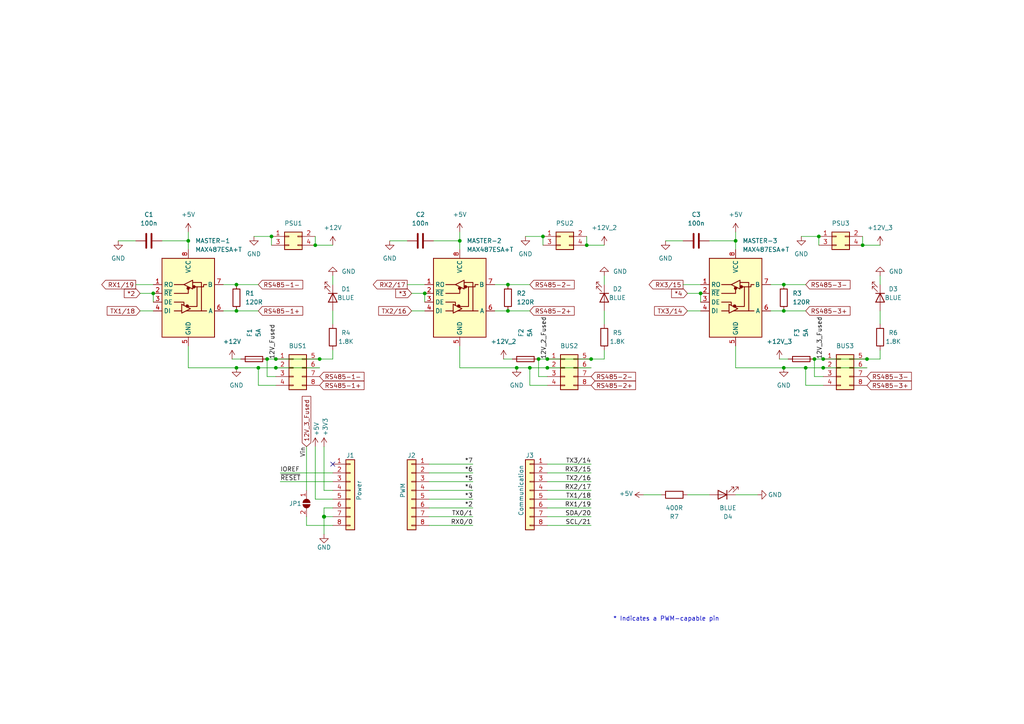
<source format=kicad_sch>
(kicad_sch (version 20211123) (generator eeschema)
  (paper "A4")
  (title_block (date "mar. 31 mars 2015"))
  (lib_symbols
    (symbol "+12V_1" (power) (pin_names (offset 0))
      (property "Value" "+12V" (at 0 5.08 0))
      (symbol "+12V_1_0_1"
        (polyline (pts (xy -0.762 1.27) (xy 0 2.54)))
        (polyline (pts (xy 0 0) (xy 0 2.54)))
        (polyline (pts (xy 0 2.54) (xy 0.762 1.27)))
      )
      (symbol "+12V_1_1_1"
        (pin power_in line (at 0 0 90) (length 0) hide (name "+12V_2") (number "1"))
      )
    )
    (symbol "+12V_2" (power) (pin_names (offset 0))
      (property "Value" "+12V_2" (at 0 5.08 0))
      (symbol "+12V_2_0_1"
        (polyline (pts (xy -0.762 1.27) (xy 0 2.54)))
        (polyline (pts (xy 0 0) (xy 0 2.54)))
        (polyline (pts (xy 0 2.54) (xy 0.762 1.27)))
      )
      (symbol "+12V_2_1_1"
        (pin power_in line (at 0 0 90) (length 0) hide (name "+12V_2") (number "1"))
      )
    )
    (symbol "+12V_3" (power) (pin_names (offset 0))
      (property "Value" "+12V_3" (at 0 5.08 0))
      (symbol "+12V_3_0_1"
        (polyline (pts (xy -0.762 1.27) (xy 0 2.54)))
        (polyline (pts (xy 0 0) (xy 0 2.54)))
        (polyline (pts (xy 0 2.54) (xy 0.762 1.27)))
      )
      (symbol "+12V_3_1_1"
        (pin power_in line (at 0 0 90) (length 0) hide (name "+12V_3") (number "1"))
      )
    )
    (symbol "+12V_4" (power) (pin_names (offset 0))
      (property "Value" "+12V_4" (at 0 5.08 0))
      (symbol "+12V_4_0_1"
        (polyline (pts (xy -0.762 1.27) (xy 0 2.54)))
        (polyline (pts (xy 0 0) (xy 0 2.54)))
        (polyline (pts (xy 0 2.54) (xy 0.762 1.27)))
      )
      (symbol "+12V_4_1_1"
        (pin power_in line (at 0 0 90) (length 0) hide (name "+12V_3") (number "1"))
      )
    )
    (symbol "A10:MAX487CPA+"
      (property "Reference" "U" (at -6.096 11.43 0))
      (property "Value" "MAX487CPA+" (at 0.762 11.43 0))
      (symbol "MAX487CPA+_0_1"
        (rectangle (start -7.62 10.16) (end 7.62 -12.7) (stroke (width 0.254)) (fill (type background)))
        (circle (center -0.3048 -3.683) (radius 0.3556) (stroke (width 0.254)) (fill (type outline)))
        (circle (center -0.0254 1.4986) (radius 0.3556) (stroke (width 0.254)) (fill (type outline)))
        (polyline (pts (xy -4.064 -5.08) (xy -1.905 -5.08)) (stroke (width 0.254)))
        (polyline (pts (xy -4.064 2.54) (xy -1.27 2.54)) (stroke (width 0.254)))
        (polyline (pts (xy -1.27 -3.2004) (xy -1.27 -3.4544)) (stroke (width 0.254)))
        (polyline (pts (xy -0.635 -5.08) (xy 5.334 -5.08)) (stroke (width 0.254)))
        (polyline (pts (xy -4.064 -2.54) (xy -1.27 -2.54) (xy -1.27 -3.175)) (stroke (width 0.254)))
        (polyline (pts (xy 0 1.27) (xy 0 0) (xy -4.064 0)) (stroke (width 0.254)))
        (polyline (pts (xy 1.27 3.175) (xy 3.81 3.175) (xy 3.81 -5.08)) (stroke (width 0.254)))
        (polyline (pts (xy 2.54 1.905) (xy 2.54 -3.81) (xy 0 -3.81)) (stroke (width 0.254)))
        (polyline (pts (xy -1.905 -3.175) (xy -1.905 -5.715) (xy 0.635 -4.445) (xy -1.905 -3.175)) (stroke (width 0.254)))
        (polyline (pts (xy -1.27 2.54) (xy 1.27 3.81) (xy 1.27 1.27) (xy -1.27 2.54)) (stroke (width 0.254)))
        (polyline (pts (xy 1.905 1.905) (xy 4.445 1.905) (xy 4.445 2.54) (xy 5.334 2.54)) (stroke (width 0.254)))
        (rectangle (start 1.27 3.175) (end 1.27 3.175))
        (circle (center 1.651 1.905) (radius 0.3556) (stroke (width 0.254)) (fill (type outline)))
      )
      (symbol "MAX487CPA+_1_1"
        (pin output line (at -10.16 2.54 0) (length 2.54) (name "RO") (number "1"))
        (pin input line (at -10.16 0 0) (length 2.54) (name "~{RE}") (number "2"))
        (pin input line (at -10.16 -2.54 0) (length 2.54) (name "DE") (number "3"))
        (pin input line (at -10.16 -5.08 0) (length 2.54) (name "DI") (number "4"))
        (pin power_in line (at 0 -15.24 90) (length 2.54) (name "GND") (number "5"))
        (pin bidirectional line (at 10.16 -5.08 180) (length 2.54) (name "A") (number "6"))
        (pin bidirectional line (at 10.16 2.54 180) (length 2.54) (name "B") (number "7"))
        (pin power_in line (at 0 12.7 270) (length 2.54) (name "VCC") (number "8"))
      )
    )
    (symbol "Connector_Generic:Conn_01x08" (pin_names (offset 1.016) hide)
      (property "Reference" "J" (at 0 10.16 0))
      (property "Value" "Conn_01x08" (at 0 -12.7 0))
      (symbol "Conn_01x08_1_1"
        (rectangle (start -1.27 -10.033) (end 0 -10.287) (stroke (width 0.1524)))
        (rectangle (start -1.27 -7.493) (end 0 -7.747) (stroke (width 0.1524)))
        (rectangle (start -1.27 -4.953) (end 0 -5.207) (stroke (width 0.1524)))
        (rectangle (start -1.27 -2.413) (end 0 -2.667) (stroke (width 0.1524)))
        (rectangle (start -1.27 0.127) (end 0 -0.127) (stroke (width 0.1524)))
        (rectangle (start -1.27 2.667) (end 0 2.413) (stroke (width 0.1524)))
        (rectangle (start -1.27 5.207) (end 0 4.953) (stroke (width 0.1524)))
        (rectangle (start -1.27 7.747) (end 0 7.493) (stroke (width 0.1524)))
        (rectangle (start -1.27 8.89) (end 1.27 -11.43) (stroke (width 0.254)) (fill (type background)))
        (pin passive line (at -5.08 7.62 0) (length 3.81) (name "Pin_1") (number "1"))
        (pin passive line (at -5.08 5.08 0) (length 3.81) (name "Pin_2") (number "2"))
        (pin passive line (at -5.08 2.54 0) (length 3.81) (name "Pin_3") (number "3"))
        (pin passive line (at -5.08 0 0) (length 3.81) (name "Pin_4") (number "4"))
        (pin passive line (at -5.08 -2.54 0) (length 3.81) (name "Pin_5") (number "5"))
        (pin passive line (at -5.08 -5.08 0) (length 3.81) (name "Pin_6") (number "6"))
        (pin passive line (at -5.08 -7.62 0) (length 3.81) (name "Pin_7") (number "7"))
        (pin passive line (at -5.08 -10.16 0) (length 3.81) (name "Pin_8") (number "8"))
      )
    )
    (symbol "Connector_Generic:Conn_02x02_Odd_Even" (pin_names (offset 1.016) hide)
      (property "Reference" "J" (at 1.27 2.54 0))
      (property "Value" "Conn_02x02_Odd_Even" (at 1.27 -5.08 0))
      (symbol "Conn_02x02_Odd_Even_1_1"
        (rectangle (start -1.27 -2.413) (end 0 -2.667) (stroke (width 0.1524)))
        (rectangle (start -1.27 0.127) (end 0 -0.127) (stroke (width 0.1524)))
        (rectangle (start -1.27 1.27) (end 3.81 -3.81) (stroke (width 0.254)) (fill (type background)))
        (rectangle (start 3.81 -2.413) (end 2.54 -2.667) (stroke (width 0.1524)))
        (rectangle (start 3.81 0.127) (end 2.54 -0.127) (stroke (width 0.1524)))
        (pin passive line (at -5.08 0 0) (length 3.81) (name "Pin_1") (number "1"))
        (pin passive line (at 7.62 0 180) (length 3.81) (name "Pin_2") (number "2"))
        (pin passive line (at -5.08 -2.54 0) (length 3.81) (name "Pin_3") (number "3"))
        (pin passive line (at 7.62 -2.54 180) (length 3.81) (name "Pin_4") (number "4"))
      )
    )
    (symbol "Connector_Generic:Conn_02x04_Top_Bottom" (pin_names (offset 1.016) hide)
      (property "Reference" "J" (at 1.27 5.08 0))
      (property "Value" "Conn_02x04_Top_Bottom" (at 1.27 -7.62 0))
      (symbol "Conn_02x04_Top_Bottom_1_1"
        (rectangle (start -1.27 -4.953) (end 0 -5.207) (stroke (width 0.1524)))
        (rectangle (start -1.27 -2.413) (end 0 -2.667) (stroke (width 0.1524)))
        (rectangle (start -1.27 0.127) (end 0 -0.127) (stroke (width 0.1524)))
        (rectangle (start -1.27 2.667) (end 0 2.413) (stroke (width 0.1524)))
        (rectangle (start -1.27 3.81) (end 3.81 -6.35) (stroke (width 0.254)) (fill (type background)))
        (rectangle (start 3.81 -4.953) (end 2.54 -5.207) (stroke (width 0.1524)))
        (rectangle (start 3.81 -2.413) (end 2.54 -2.667) (stroke (width 0.1524)))
        (rectangle (start 3.81 0.127) (end 2.54 -0.127) (stroke (width 0.1524)))
        (rectangle (start 3.81 2.667) (end 2.54 2.413) (stroke (width 0.1524)))
        (pin passive line (at -5.08 2.54 0) (length 3.81) (name "Pin_1") (number "1"))
        (pin passive line (at -5.08 0 0) (length 3.81) (name "Pin_2") (number "2"))
        (pin passive line (at -5.08 -2.54 0) (length 3.81) (name "Pin_3") (number "3"))
        (pin passive line (at -5.08 -5.08 0) (length 3.81) (name "Pin_4") (number "4"))
        (pin passive line (at 7.62 2.54 180) (length 3.81) (name "Pin_5") (number "5"))
        (pin passive line (at 7.62 0 180) (length 3.81) (name "Pin_6") (number "6"))
        (pin passive line (at 7.62 -2.54 180) (length 3.81) (name "Pin_7") (number "7"))
        (pin passive line (at 7.62 -5.08 180) (length 3.81) (name "Pin_8") (number "8"))
      )
    )
    (symbol "Device:C" (pin_numbers hide) (pin_names (offset 0.254))
      (property "Reference" "C" (at 0.635 2.54 0))
      (property "Value" "C" (at 0.635 -2.54 0))
      (symbol "C_0_1"
        (polyline (pts (xy -2.032 -0.762) (xy 2.032 -0.762)) (stroke (width 0.508)))
        (polyline (pts (xy -2.032 0.762) (xy 2.032 0.762)) (stroke (width 0.508)))
      )
      (symbol "C_1_1"
        (pin passive line (at 0 3.81 270) (length 2.794) (name "~") (number "1"))
        (pin passive line (at 0 -3.81 90) (length 2.794) (name "~") (number "2"))
      )
    )
    (symbol "Device:Fuse" (pin_numbers hide) (pin_names (offset 0))
      (property "Reference" "F" (at 2.032 0 90))
      (property "Value" "Fuse" (at -1.905 0 90))
      (symbol "Fuse_0_1"
        (rectangle (start -0.762 -2.54) (end 0.762 2.54) (stroke (width 0.254)))
        (polyline (pts (xy 0 2.54) (xy 0 -2.54)))
      )
      (symbol "Fuse_1_1"
        (pin passive line (at 0 3.81 270) (length 1.27) (name "~") (number "1"))
        (pin passive line (at 0 -3.81 90) (length 1.27) (name "~") (number "2"))
      )
    )
    (symbol "Device:LED" (pin_numbers hide) (pin_names (offset 1.016) hide)
      (property "Reference" "D" (at 0 2.54 0))
      (property "Value" "LED" (at 0 -2.54 0))
      (symbol "LED_0_1"
        (polyline (pts (xy -1.27 -1.27) (xy -1.27 1.27)) (stroke (width 0.254)))
        (polyline (pts (xy -1.27 0) (xy 1.27 0)))
        (polyline (pts (xy 1.27 -1.27) (xy 1.27 1.27) (xy -1.27 0) (xy 1.27 -1.27)) (stroke (width 0.254)))
        (polyline (pts (xy -3.048 -0.762) (xy -4.572 -2.286) (xy -3.81 -2.286) (xy -4.572 -2.286) (xy -4.572 -1.524)))
        (polyline (pts (xy -1.778 -0.762) (xy -3.302 -2.286) (xy -2.54 -2.286) (xy -3.302 -2.286) (xy -3.302 -1.524)))
      )
      (symbol "LED_1_1"
        (pin passive line (at -3.81 0 0) (length 2.54) (name "K") (number "1"))
        (pin passive line (at 3.81 0 180) (length 2.54) (name "A") (number "2"))
      )
    )
    (symbol "Device:R" (pin_numbers hide) (pin_names (offset 0))
      (property "Reference" "R" (at 2.032 0 90))
      (property "Value" "R" (at 0 0 90))
      (symbol "R_0_1"
        (rectangle (start -1.016 -2.54) (end 1.016 2.54) (stroke (width 0.254)))
      )
      (symbol "R_1_1"
        (pin passive line (at 0 3.81 270) (length 1.27) (name "~") (number "1"))
        (pin passive line (at 0 -3.81 90) (length 1.27) (name "~") (number "2"))
      )
    )
    (symbol "Jumper:SolderJumper_2_Open" (pin_names (offset 0) hide)
      (property "Reference" "JP" (at 0 2.032 0))
      (property "Value" "SolderJumper_2_Open" (at 0 -2.54 0))
      (symbol "SolderJumper_2_Open_0_1"
        (arc (start -0.254 1.016) (mid -1.27 0) (end -0.254 -1.016))
        (arc (start -0.254 1.016) (mid -1.27 0) (end -0.254 -1.016) (fill (type outline)))
        (polyline (pts (xy -0.254 1.016) (xy -0.254 -1.016)))
        (polyline (pts (xy 0.254 1.016) (xy 0.254 -1.016)))
        (arc (start 0.254 -1.016) (mid 1.27 0) (end 0.254 1.016))
        (arc (start 0.254 -1.016) (mid 1.27 0) (end 0.254 1.016) (fill (type outline)))
      )
      (symbol "SolderJumper_2_Open_1_1"
        (pin passive line (at -3.81 0 0) (length 2.54) (name "A") (number "1"))
        (pin passive line (at 3.81 0 180) (length 2.54) (name "B") (number "2"))
      )
    )
    (symbol "power:+12V" (power) (pin_names (offset 0))
      (property "Value" "+12V" (at 0 3.556 0))
      (symbol "+12V_0_1"
        (polyline (pts (xy -0.762 1.27) (xy 0 2.54)))
        (polyline (pts (xy 0 0) (xy 0 2.54)))
        (polyline (pts (xy 0 2.54) (xy 0.762 1.27)))
      )
      (symbol "+12V_1_1"
        (pin power_in line (at 0 0 90) (length 0) hide (name "+12V") (number "1"))
      )
    )
    (symbol "power:+3V3" (power) (pin_names (offset 0))
      (property "Value" "+3V3" (at 0 3.556 0))
      (symbol "+3V3_0_1"
        (polyline (pts (xy -0.762 1.27) (xy 0 2.54)))
        (polyline (pts (xy 0 0) (xy 0 2.54)))
        (polyline (pts (xy 0 2.54) (xy 0.762 1.27)))
      )
      (symbol "+3V3_1_1"
        (pin power_in line (at 0 0 90) (length 0) hide (name "+3V3") (number "1"))
      )
    )
    (symbol "power:+5V" (power) (pin_names (offset 0))
      (property "Value" "+5V" (at 0 3.556 0))
      (symbol "+5V_0_1"
        (polyline (pts (xy -0.762 1.27) (xy 0 2.54)))
        (polyline (pts (xy 0 0) (xy 0 2.54)))
        (polyline (pts (xy 0 2.54) (xy 0.762 1.27)))
      )
      (symbol "+5V_1_1"
        (pin power_in line (at 0 0 90) (length 0) hide (name "+5V") (number "1"))
      )
    )
    (symbol "power:GND" (power) (pin_names (offset 0))
      (property "Value" "GND" (at 0 -3.81 0))
      (symbol "GND_0_1"
        (polyline (pts (xy 0 0) (xy 0 -1.27) (xy 1.27 -1.27) (xy 0 -2.54) (xy -1.27 -1.27) (xy 0 -1.27)))
      )
      (symbol "GND_1_1"
        (pin power_in line (at 0 0 270) (length 0) hide (name "GND") (number "1"))
      )
    )
  )
  (junction (at 80.01 106.68))
  (junction (at 74.93 106.68))
  (junction (at 123.19 85.09))
  (junction (at 80.01 104.14))
  (junction (at 171.45 104.14))
  (junction (at 44.45 85.09))
  (junction (at 238.76 106.68))
  (junction (at 149.86 106.68))
  (junction (at 158.75 106.68))
  (junction (at 68.58 90.17))
  (junction (at 93.98 149.86) (diameter 1.016))
  (junction (at 68.58 82.55))
  (junction (at 156.21 104.14))
  (junction (at 77.47 104.14))
  (junction (at 158.75 104.14))
  (junction (at 233.68 106.68))
  (junction (at 78.74 68.58))
  (junction (at 237.49 68.58))
  (junction (at 157.48 68.58))
  (junction (at 68.58 106.68))
  (junction (at 54.61 69.85))
  (junction (at 203.2 85.09))
  (junction (at 91.44 71.12))
  (junction (at 227.33 82.55))
  (junction (at 133.35 69.85))
  (junction (at 147.32 82.55))
  (junction (at 238.76 104.14))
  (junction (at 147.32 90.17))
  (junction (at 227.33 90.17))
  (junction (at 251.46 104.14))
  (junction (at 236.22 104.14))
  (junction (at 250.19 71.12))
  (junction (at 170.18 71.12))
  (junction (at 92.71 104.14))
  (junction (at 153.67 106.68))
  (junction (at 213.36 69.85))
  (junction (at 227.33 106.68))
  (no_connect (at 96.52 134.62))
  (wire (pts (xy 251.46 104.14) (xy 255.27 104.14)))
  (wire (pts (xy 124.46 152.4) (xy 137.16 152.4)))
  (wire (pts (xy 73.66 68.58) (xy 78.74 68.58)))
  (wire (pts (xy 250.19 71.12) (xy 255.27 71.12)))
  (wire (pts (xy 146.05 104.14) (xy 148.59 104.14)))
  (wire (pts (xy 213.36 69.85) (xy 213.36 72.39)))
  (wire (pts (xy 250.19 68.58) (xy 250.19 71.12)))
  (wire (pts (xy 236.22 104.14) (xy 236.22 109.22)))
  (wire (pts (xy 238.76 111.76) (xy 233.68 111.76)))
  (wire (pts (xy 255.27 90.17) (xy 255.27 93.98)))
  (wire (pts (xy 170.18 68.58) (xy 170.18 71.12)))
  (wire (pts (xy 92.71 104.14) (xy 96.52 104.14)))
  (wire (pts (xy 153.67 106.68) (xy 158.75 106.68)))
  (wire (pts (xy 125.73 69.85) (xy 133.35 69.85)))
  (wire (pts (xy 74.93 111.76) (xy 74.93 106.68)))
  (wire (pts (xy 88.9 129.54) (xy 88.9 142.24)))
  (wire (pts (xy 68.58 106.68) (xy 74.93 106.68)))
  (wire (pts (xy 158.75 139.7) (xy 171.45 139.7)))
  (wire (pts (xy 93.98 147.32) (xy 93.98 149.86)))
  (wire (pts (xy 198.12 82.55) (xy 203.2 82.55)))
  (wire (pts (xy 205.74 143.51) (xy 199.39 143.51)))
  (wire (pts (xy 153.67 111.76) (xy 153.67 106.68)))
  (wire (pts (xy 133.35 69.85) (xy 133.35 72.39)))
  (wire (pts (xy 44.45 85.09) (xy 44.45 87.63)))
  (wire (pts (xy 80.01 104.14) (xy 92.71 104.14)))
  (wire (pts (xy 193.04 69.85) (xy 198.12 69.85)))
  (wire (pts (xy 93.98 149.86) (xy 93.98 154.94)))
  (wire (pts (xy 143.51 82.55) (xy 147.32 82.55)))
  (wire (pts (xy 93.98 142.24) (xy 96.52 142.24)))
  (wire (pts (xy 156.21 104.14) (xy 156.21 109.22)))
  (wire (pts (xy 91.44 144.78) (xy 96.52 144.78)))
  (wire (pts (xy 91.44 129.54) (xy 91.44 144.78)))
  (wire (pts (xy 118.11 82.55) (xy 123.19 82.55)))
  (wire (pts (xy 255.27 104.14) (xy 255.27 101.6)))
  (wire (pts (xy 80.01 106.68) (xy 92.71 106.68)))
  (wire (pts (xy 93.98 129.54) (xy 93.98 142.24)))
  (wire (pts (xy 124.46 134.62) (xy 137.16 134.62)))
  (wire (pts (xy 152.4 68.58) (xy 157.48 68.58)))
  (wire (pts (xy 158.75 106.68) (xy 171.45 106.68)))
  (wire (pts (xy 223.52 90.17) (xy 227.33 90.17)))
  (wire (pts (xy 124.46 137.16) (xy 137.16 137.16)))
  (wire (pts (xy 237.49 68.58) (xy 237.49 71.12)))
  (wire (pts (xy 133.35 100.33) (xy 133.35 106.68)))
  (wire (pts (xy 158.75 147.32) (xy 171.45 147.32)))
  (wire (pts (xy 96.52 90.17) (xy 96.52 93.98)))
  (wire (pts (xy 213.36 100.33) (xy 213.36 106.68)))
  (wire (pts (xy 213.36 106.68) (xy 227.33 106.68)))
  (wire (pts (xy 232.41 68.58) (xy 237.49 68.58)))
  (wire (pts (xy 175.26 104.14) (xy 175.26 101.6)))
  (wire (pts (xy 236.22 104.14) (xy 238.76 104.14)))
  (wire (pts (xy 147.32 90.17) (xy 153.67 90.17)))
  (wire (pts (xy 119.38 85.09) (xy 123.19 85.09)))
  (wire (pts (xy 199.39 85.09) (xy 203.2 85.09)))
  (wire (pts (xy 213.36 67.31) (xy 213.36 69.85)))
  (wire (pts (xy 124.46 142.24) (xy 137.16 142.24)))
  (wire (pts (xy 78.74 68.58) (xy 78.74 71.12)))
  (wire (pts (xy 226.06 104.14) (xy 228.6 104.14)))
  (wire (pts (xy 81.28 137.16) (xy 96.52 137.16)))
  (wire (pts (xy 54.61 67.31) (xy 54.61 69.85)))
  (wire (pts (xy 113.03 69.85) (xy 118.11 69.85)))
  (wire (pts (xy 227.33 106.68) (xy 233.68 106.68)))
  (wire (pts (xy 133.35 67.31) (xy 133.35 69.85)))
  (wire (pts (xy 158.75 137.16) (xy 171.45 137.16)))
  (wire (pts (xy 77.47 109.22) (xy 80.01 109.22)))
  (wire (pts (xy 143.51 90.17) (xy 147.32 90.17)))
  (wire (pts (xy 54.61 69.85) (xy 54.61 72.39)))
  (wire (pts (xy 175.26 90.17) (xy 175.26 93.98)))
  (wire (pts (xy 219.71 143.51) (xy 213.36 143.51)))
  (wire (pts (xy 236.22 109.22) (xy 238.76 109.22)))
  (wire (pts (xy 158.75 152.4) (xy 171.45 152.4)))
  (wire (pts (xy 238.76 104.14) (xy 251.46 104.14)))
  (wire (pts (xy 238.76 106.68) (xy 251.46 106.68)))
  (wire (pts (xy 88.9 149.86) (xy 88.9 152.4)))
  (wire (pts (xy 54.61 100.33) (xy 54.61 106.68)))
  (wire (pts (xy 158.75 144.78) (xy 171.45 144.78)))
  (wire (pts (xy 34.29 69.85) (xy 39.37 69.85)))
  (wire (pts (xy 67.31 104.14) (xy 69.85 104.14)))
  (wire (pts (xy 158.75 111.76) (xy 153.67 111.76)))
  (wire (pts (xy 149.86 106.68) (xy 153.67 106.68)))
  (wire (pts (xy 68.58 82.55) (xy 74.93 82.55)))
  (wire (pts (xy 81.28 139.7) (xy 96.52 139.7)))
  (wire (pts (xy 186.69 143.51) (xy 191.77 143.51)))
  (wire (pts (xy 158.75 134.62) (xy 171.45 134.62)))
  (wire (pts (xy 96.52 149.86) (xy 93.98 149.86)))
  (wire (pts (xy 133.35 106.68) (xy 149.86 106.68)))
  (wire (pts (xy 175.26 80.01) (xy 175.26 82.55)))
  (wire (pts (xy 199.39 90.17) (xy 203.2 90.17)))
  (wire (pts (xy 255.27 80.01) (xy 255.27 82.55)))
  (wire (pts (xy 91.44 71.12) (xy 96.52 71.12)))
  (wire (pts (xy 96.52 80.01) (xy 96.52 82.55)))
  (wire (pts (xy 96.52 152.4) (xy 88.9 152.4)))
  (wire (pts (xy 40.64 85.09) (xy 44.45 85.09)))
  (wire (pts (xy 91.44 68.58) (xy 91.44 71.12)))
  (wire (pts (xy 39.37 82.55) (xy 44.45 82.55)))
  (wire (pts (xy 123.19 85.09) (xy 123.19 87.63)))
  (wire (pts (xy 205.74 69.85) (xy 213.36 69.85)))
  (wire (pts (xy 227.33 82.55) (xy 233.68 82.55)))
  (wire (pts (xy 64.77 90.17) (xy 68.58 90.17)))
  (wire (pts (xy 158.75 142.24) (xy 171.45 142.24)))
  (wire (pts (xy 80.01 111.76) (xy 74.93 111.76)))
  (wire (pts (xy 227.33 90.17) (xy 233.68 90.17)))
  (wire (pts (xy 96.52 147.32) (xy 93.98 147.32)))
  (wire (pts (xy 157.48 68.58) (xy 157.48 71.12)))
  (wire (pts (xy 156.21 109.22) (xy 158.75 109.22)))
  (wire (pts (xy 124.46 139.7) (xy 137.16 139.7)))
  (wire (pts (xy 203.2 85.09) (xy 203.2 87.63)))
  (wire (pts (xy 96.52 104.14) (xy 96.52 101.6)))
  (wire (pts (xy 233.68 106.68) (xy 238.76 106.68)))
  (wire (pts (xy 158.75 149.86) (xy 171.45 149.86)))
  (wire (pts (xy 68.58 90.17) (xy 74.93 90.17)))
  (wire (pts (xy 54.61 106.68) (xy 68.58 106.68)))
  (wire (pts (xy 77.47 104.14) (xy 80.01 104.14)))
  (wire (pts (xy 46.99 69.85) (xy 54.61 69.85)))
  (wire (pts (xy 170.18 71.12) (xy 175.26 71.12)))
  (wire (pts (xy 171.45 104.14) (xy 175.26 104.14)))
  (wire (pts (xy 64.77 82.55) (xy 68.58 82.55)))
  (wire (pts (xy 147.32 82.55) (xy 153.67 82.55)))
  (wire (pts (xy 124.46 147.32) (xy 137.16 147.32)))
  (wire (pts (xy 40.64 90.17) (xy 44.45 90.17)))
  (wire (pts (xy 124.46 144.78) (xy 137.16 144.78)))
  (wire (pts (xy 119.38 90.17) (xy 123.19 90.17)))
  (wire (pts (xy 77.47 104.14) (xy 77.47 109.22)))
  (wire (pts (xy 74.93 106.68) (xy 80.01 106.68)))
  (wire (pts (xy 124.46 149.86) (xy 137.16 149.86)))
  (wire (pts (xy 233.68 111.76) (xy 233.68 106.68)))
  (wire (pts (xy 156.21 104.14) (xy 158.75 104.14)))
  (wire (pts (xy 223.52 82.55) (xy 227.33 82.55)))
  (wire (pts (xy 158.75 104.14) (xy 171.45 104.14)))
  (text "* Indicates a PWM-capable pin" (at 177.8 180.34 0) (effects (font (size 1.27 1.27)) (justify left bottom)))
  (label "RX0{slash}0" (at 137.16 152.4 180))
  (label "RX2{slash}17" (at 171.45 142.24 180))
  (label "*4" (at 137.16 142.24 180))
  (label "SDA{slash}20" (at 171.45 149.86 180))
  (label "*2" (at 137.16 147.32 180))
  (label "TX1{slash}18" (at 171.45 144.78 180))
  (label "~{RESET}" (at 81.28 139.7 0))
  (label "12V_2_Fused" (at 158.75 104.14 90))
  (label "*7" (at 137.16 134.62 180))
  (label "*3" (at 137.16 144.78 180))
  (label "TX0{slash}1" (at 137.16 149.86 180))
  (label "RX1{slash}19" (at 171.45 147.32 180))
  (label "Vin" (at 88.9 129.54 270))
  (label "12V_Fused" (at 80.01 104.14 90))
  (label "*6" (at 137.16 137.16 180))
  (label "TX2{slash}16" (at 171.45 139.7 180))
  (label "12V_3_Fused" (at 238.76 104.14 90))
  (label "*5" (at 137.16 139.7 180))
  (label "IOREF" (at 81.28 137.16 0))
  (label "RX3{slash}15" (at 171.45 137.16 180))
  (label "TX3{slash}14" (at 171.45 134.62 180))
  (label "SCL{slash}21" (at 171.45 152.4 180))
  (global_label "RS485-1+" (shape input) (at 92.71 111.76 0) (property "Intersheet References" "${INTERSHEET_REFS}" (effects hide)))
  (global_label "RS485-3-" (shape input) (at 233.68 82.55 0) (property "Intersheet References" "${INTERSHEET_REFS}" (effects hide)))
  (global_label "RX3{slash}15" (shape output) (at 198.12 82.55 180) (property "Intersheet References" "${INTERSHEET_REFS}" (effects hide)))
  (global_label "RS485-3-" (shape input) (at 251.46 109.22 0) (property "Intersheet References" "${INTERSHEET_REFS}" (effects hide)))
  (global_label "RS485-1+" (shape input) (at 74.93 90.17 0) (property "Intersheet References" "${INTERSHEET_REFS}" (effects hide)))
  (global_label "12V_3_Fused" (shape input) (at 88.9 129.54 90) (property "Intersheet References" "${INTERSHEET_REFS}" (effects hide)))
  (global_label "TX3{slash}14" (shape input) (at 199.39 90.17 180) (property "Intersheet References" "${INTERSHEET_REFS}" (effects hide)))
  (global_label "*2" (shape input) (at 40.64 85.09 180) (property "Intersheet References" "${INTERSHEET_REFS}" (effects hide)))
  (global_label "RS485-2-" (shape input) (at 153.67 82.55 0) (property "Intersheet References" "${INTERSHEET_REFS}" (effects hide)))
  (global_label "*4" (shape input) (at 199.39 85.09 180) (property "Intersheet References" "${INTERSHEET_REFS}" (effects hide)))
  (global_label "RS485-2-" (shape input) (at 171.45 109.22 0) (property "Intersheet References" "${INTERSHEET_REFS}" (effects hide)))
  (global_label "RS485-2+" (shape input) (at 153.67 90.17 0) (property "Intersheet References" "${INTERSHEET_REFS}" (effects hide)))
  (global_label "RS485-3+" (shape input) (at 233.68 90.17 0) (property "Intersheet References" "${INTERSHEET_REFS}" (effects hide)))
  (global_label "RX2{slash}17" (shape output) (at 118.11 82.55 180) (property "Intersheet References" "${INTERSHEET_REFS}" (effects hide)))
  (global_label "TX1{slash}18" (shape input) (at 40.64 90.17 180) (property "Intersheet References" "${INTERSHEET_REFS}" (effects hide)))
  (global_label "*3" (shape input) (at 119.38 85.09 180) (property "Intersheet References" "${INTERSHEET_REFS}" (effects hide)))
  (global_label "TX2{slash}16" (shape input) (at 119.38 90.17 180) (property "Intersheet References" "${INTERSHEET_REFS}" (effects hide)))
  (global_label "RS485-2+" (shape input) (at 171.45 111.76 0) (property "Intersheet References" "${INTERSHEET_REFS}" (effects hide)))
  (global_label "RX1{slash}19" (shape output) (at 39.37 82.55 180) (property "Intersheet References" "${INTERSHEET_REFS}" (effects hide)))
  (global_label "RS485-3+" (shape input) (at 251.46 111.76 0) (property "Intersheet References" "${INTERSHEET_REFS}" (effects hide)))
  (global_label "RS485-1-" (shape input) (at 92.71 109.22 0) (property "Intersheet References" "${INTERSHEET_REFS}" (effects hide)))
  (global_label "RS485-1-" (shape input) (at 74.93 82.55 0) (property "Intersheet References" "${INTERSHEET_REFS}" (effects hide)))
  (symbol (lib_id "Connector_Generic:Conn_01x08") (at 101.6 142.24 0) (unit 1)
    (property "Reference" "J1" (at 101.6 132.08 0))
    (property "Value" "Power" (at 104.14 142.24 90))
    (property "Footprint" "Connector_PinHeader_2.54mm:PinHeader_1x08_P2.54mm_Vertical" (effects hide))
    (property "LCSC" "C124381" (effects hide))
  )
  (symbol (lib_id "power:+3V3") (at 93.98 129.54 0) (unit 1)
    (property "Reference" "#PWR03" (effects hide))
    (property "Value" "+3.3V" (at 94.361 126.492 90) (effects (justify left)))
  )
  (symbol (lib_id "power:+5V") (at 91.44 129.54 0) (unit 1)
    (property "Reference" "#PWR02" (effects hide))
    (property "Value" "+5V" (at 91.7956 126.492 90) (effects (justify left)))
  )
  (symbol (lib_id "power:GND") (at 93.98 154.94 0) (unit 1)
    (property "Reference" "#PWR04" (effects hide))
    (property "Value" "GND" (at 93.98 158.75 0))
  )
  (symbol (lib_id "Connector_Generic:Conn_01x08") (at 119.38 142.24 0) (mirror y) (unit 1)
    (property "Reference" "J2" (at 119.38 132.08 0))
    (property "Value" "PWM" (at 116.84 142.24 90))
    (property "Footprint" "Connector_PinHeader_2.54mm:PinHeader_1x08_P2.54mm_Vertical" (effects hide))
    (property "LCSC" "C124381" (effects hide))
  )
  (symbol (lib_id "Connector_Generic:Conn_01x08") (at 153.67 142.24 0) (mirror y) (unit 1)
    (property "Reference" "J3" (at 153.67 132.08 0))
    (property "Value" "Communication" (at 151.13 142.24 90))
    (property "Footprint" "Connector_PinHeader_2.54mm:PinHeader_1x08_P2.54mm_Vertical" (effects hide))
    (property "LCSC" "C124381" (effects hide))
  )
  (symbol (lib_id "A10:MAX487CPA+") (at 133.35 85.09 0) (unit 1)
    (property "Reference" "MASTER-2" (at 135.3694 69.85 0) (effects (justify left)))
    (property "Value" "MAX487ESA+T" (at 135.3694 72.39 0) (effects (justify left)))
    (property "Footprint" "JLCPCB:SOIC-8_L5.0-W4.0-P1.27-LS6.0-BL" (effects hide))
    (property "Datasheet" "https://datasheets.maximintegrated.com/en/ds/MAX1487E-MAX491E.pdf" (effects hide))
    (property "LCSC" "C9953" (effects hide))
  )
  (symbol (lib_id "Device:LED") (at 175.26 86.36 270) (unit 1)
    (property "Reference" "D2" (at 179.07 83.82 90))
    (property "Value" "BLUE" (at 179.07 86.36 90))
    (property "Footprint" "LED_SMD:LED_0603_1608Metric" (effects hide))
    (property "LCSC" "C72041" (effects hide))
  )
  (symbol (lib_id "Device:Fuse") (at 73.66 104.14 90) (unit 1) (in_bom no)
    (property "Reference" "F1" (at 72.3899 97.79 0) (effects (justify left)))
    (property "Value" "5A" (at 74.9299 97.79 0) (effects (justify left)))
    (property "Footprint" "A10 KiCad Libraries:FUSE_BK-6013" (effects hide))
    (property "LCSC" "C492610" (effects hide))
  )
  (symbol (lib_id "Connector_Generic:Conn_02x02_Odd_Even") (at 83.82 68.58 0) (unit 1) (in_bom no)
    (property "Reference" "PSU1" (at 85.09 64.77 0))
    (property "Value" "Conn_02x02_Top_Bottom" (effects hide))
    (property "Footprint" "JLCPCB:CONN-TH_0430450400" (effects hide))
  )
  (symbol (lib_id "Device:R") (at 195.58 143.51 270) (unit 1)
    (property "Reference" "R7" (at 195.58 149.86 90))
    (property "Value" "400R" (at 195.58 147.32 90))
    (property "Footprint" "Resistor_SMD:R_0805_2012Metric" (effects hide))
    (property "LCSC" "C17655" (effects hide))
  )
  (symbol (lib_id "power:+12V") (at 67.31 104.14 0) (unit 1)
    (property "Reference" "#PWR020" (effects hide))
    (property "Value" "+12V" (at 67.31 99.06 0))
  )
  (symbol (lib_id "A10:MAX487CPA+") (at 213.36 85.09 0) (unit 1)
    (property "Reference" "MASTER-3" (at 215.3794 69.85 0) (effects (justify left)))
    (property "Value" "MAX487ESA+T" (at 215.3794 72.39 0) (effects (justify left)))
    (property "Footprint" "JLCPCB:SOIC-8_L5.0-W4.0-P1.27-LS6.0-BL" (effects hide))
    (property "Datasheet" "https://datasheets.maximintegrated.com/en/ds/MAX1487E-MAX491E.pdf" (effects hide))
    (property "LCSC" "C9953" (effects hide))
  )
  (symbol (lib_id "power:GND") (at 149.86 106.68 0) (unit 1)
    (property "Reference" "#PWR024" (effects hide))
    (property "Value" "GND" (at 149.86 111.76 0))
  )
  (symbol (lib_id "Connector_Generic:Conn_02x04_Top_Bottom") (at 243.84 106.68 0) (unit 1)
    (property "Reference" "BUS3" (at 245.11 100.33 0))
    (property "Value" "Conn_02x04_Top_Bottom" (effects hide))
    (property "Footprint" "JLCPCB:CONN-TH_430450812" (effects hide))
    (property "LCSC" "C277661" (effects hide))
  )
  (symbol (lib_name "+12V_4") (lib_id "power:+12V") (at 226.06 104.14 0) (unit 1)
    (property "Reference" "#PWR022" (effects hide))
    (property "Value" "+12V" (at 226.06 99.06 0))
  )
  (symbol (lib_id "Device:C") (at 201.93 69.85 90) (unit 1)
    (property "Reference" "C3" (at 201.93 62.23 90))
    (property "Value" "100n" (at 201.93 64.77 90))
    (property "Footprint" "JLCPCB:C0402" (effects hide))
    (property "LCSC" "C1525" (effects hide))
  )
  (symbol (lib_id "power:GND") (at 113.03 69.85 0) (unit 1)
    (property "Reference" "#PWR015" (effects hide))
    (property "Value" "GND" (at 113.03 74.93 0))
  )
  (symbol (lib_id "power:+5V") (at 186.69 143.51 90) (unit 1)
    (property "Reference" "#PWR026" (effects hide))
    (property "Value" "+5V" (at 183.642 143.1544 90) (effects (justify left)))
  )
  (symbol (lib_id "Connector_Generic:Conn_02x04_Top_Bottom") (at 85.09 106.68 0) (unit 1)
    (property "Reference" "BUS1" (at 86.36 100.33 0))
    (property "Value" "Conn_02x04_Top_Bottom" (effects hide))
    (property "Footprint" "JLCPCB:CONN-TH_430450812" (effects hide))
    (property "LCSC" "C277661" (effects hide))
  )
  (symbol (lib_id "Device:R") (at 147.32 86.36 0) (unit 1)
    (property "Reference" "R2" (at 149.86 85.0899 0) (effects (justify left)))
    (property "Value" "120R" (at 149.86 87.6299 0) (effects (justify left)))
    (property "Footprint" "Resistor_SMD:R_0805_2012Metric" (effects hide))
    (property "LCSC" "C17437" (effects hide))
  )
  (symbol (lib_id "power:GND") (at 175.26 80.01 180) (unit 1)
    (property "Reference" "#PWR0102" (effects hide))
    (property "Value" "GND" (at 177.8 78.7399 0) (effects (justify right)))
  )
  (symbol (lib_id "Device:Fuse") (at 152.4 104.14 90) (unit 1) (in_bom no)
    (property "Reference" "F2" (at 151.1299 97.79 0) (effects (justify left)))
    (property "Value" "5A" (at 153.6699 97.79 0) (effects (justify left)))
    (property "Footprint" "A10 KiCad Libraries:FUSE_BK-6013" (effects hide))
    (property "LCSC" "C492610" (effects hide))
  )
  (symbol (lib_id "power:GND") (at 219.71 143.51 90) (unit 1)
    (property "Reference" "#PWR027" (effects hide))
    (property "Value" "GND" (at 224.79 143.51 90))
  )
  (symbol (lib_id "Connector_Generic:Conn_02x02_Odd_Even") (at 162.56 68.58 0) (unit 1) (in_bom no)
    (property "Reference" "PSU2" (at 163.83 64.77 0))
    (property "Value" "Conn_02x02_Top_Bottom" (effects hide))
    (property "Footprint" "JLCPCB:CONN-TH_0430450400" (effects hide))
  )
  (symbol (lib_id "Device:LED") (at 209.55 143.51 180) (unit 1)
    (property "Reference" "D4" (at 211.1375 149.86 0))
    (property "Value" "BLUE" (at 211.1375 147.32 0))
    (property "Footprint" "LED_SMD:LED_0603_1608Metric" (effects hide))
    (property "LCSC" "C72041" (effects hide))
  )
  (symbol (lib_id "power:+12V") (at 96.52 71.12 0) (unit 1)
    (property "Reference" "#PWR017" (effects hide))
    (property "Value" "+12V" (at 96.52 66.04 0))
  )
  (symbol (lib_id "power:+5V") (at 133.35 67.31 0) (unit 1)
    (property "Reference" "#PWR09" (effects hide))
    (property "Value" "+5V" (at 133.35 62.23 0))
  )
  (symbol (lib_id "power:+5V") (at 54.61 67.31 0) (unit 1)
    (property "Reference" "#PWR08" (effects hide))
    (property "Value" "+5V" (at 54.61 62.23 0))
  )
  (symbol (lib_id "power:GND") (at 152.4 68.58 0) (unit 1)
    (property "Reference" "#PWR012" (effects hide))
    (property "Value" "GND" (at 152.4 73.66 0))
  )
  (symbol (lib_id "Device:R") (at 96.52 97.79 0) (unit 1)
    (property "Reference" "R4" (at 100.33 96.52 0))
    (property "Value" "1.8K" (at 100.33 99.06 0))
    (property "Footprint" "Resistor_SMD:R_0805_2012Metric" (effects hide))
    (property "LCSC" "C17398" (effects hide))
  )
  (symbol (lib_id "power:GND") (at 34.29 69.85 0) (unit 1)
    (property "Reference" "#PWR014" (effects hide))
    (property "Value" "GND" (at 34.29 74.93 0))
  )
  (symbol (lib_id "Connector_Generic:Conn_02x04_Top_Bottom") (at 163.83 106.68 0) (unit 1)
    (property "Reference" "BUS2" (at 165.1 100.33 0))
    (property "Value" "Conn_02x04_Top_Bottom" (effects hide))
    (property "Footprint" "JLCPCB:CONN-TH_430450812" (effects hide))
    (property "LCSC" "C277661" (effects hide))
  )
  (symbol (lib_name "+12V_2") (lib_id "power:+12V") (at 146.05 104.14 0) (unit 1)
    (property "Reference" "#PWR021" (effects hide))
    (property "Value" "+12V" (at 146.05 99.06 0))
  )
  (symbol (lib_id "Device:R") (at 68.58 86.36 0) (unit 1)
    (property "Reference" "R1" (at 71.12 85.0899 0) (effects (justify left)))
    (property "Value" "120R" (at 71.12 87.6299 0) (effects (justify left)))
    (property "Footprint" "Resistor_SMD:R_0805_2012Metric" (effects hide))
    (property "LCSC" "C17437" (effects hide))
  )
  (symbol (lib_id "power:GND") (at 227.33 106.68 0) (unit 1)
    (property "Reference" "#PWR025" (effects hide))
    (property "Value" "GND" (at 227.33 111.76 0))
  )
  (symbol (lib_id "Device:Fuse") (at 232.41 104.14 90) (unit 1) (in_bom no)
    (property "Reference" "F3" (at 231.1399 97.79 0) (effects (justify left)))
    (property "Value" "5A" (at 233.6799 97.79 0) (effects (justify left)))
    (property "Footprint" "A10 KiCad Libraries:FUSE_BK-6013" (effects hide))
    (property "LCSC" "C492610" (effects hide))
  )
  (symbol (lib_id "power:GND") (at 73.66 68.58 0) (unit 1)
    (property "Reference" "#PWR011" (effects hide))
    (property "Value" "GND" (at 73.66 73.66 0))
  )
  (symbol (lib_name "+12V_1") (lib_id "power:+12V") (at 175.26 71.12 0) (unit 1)
    (property "Reference" "#PWR018" (effects hide))
    (property "Value" "+12V" (at 175.26 66.04 0))
  )
  (symbol (lib_id "power:GND") (at 193.04 69.85 0) (unit 1)
    (property "Reference" "#PWR016" (effects hide))
    (property "Value" "GND" (at 193.04 74.93 0))
  )
  (symbol (lib_id "Jumper:SolderJumper_2_Open") (at 88.9 146.05 270) (unit 1)
    (property "Reference" "JP1" (at 83.82 146.05 90) (effects (justify left)))
    (property "Value" "SolderJumper_2_Open" (effects hide))
    (property "Footprint" "Jumper:SolderJumper-2_P1.3mm_Open_RoundedPad1.0x1.5mm" (effects hide))
  )
  (symbol (lib_id "Device:C") (at 121.92 69.85 90) (unit 1)
    (property "Reference" "C2" (at 121.92 62.23 90))
    (property "Value" "100n" (at 121.92 64.77 90))
    (property "Footprint" "JLCPCB:C0402" (effects hide))
    (property "LCSC" "C1525" (effects hide))
  )
  (symbol (lib_id "power:GND") (at 68.58 106.68 0) (unit 1)
    (property "Reference" "#PWR023" (effects hide))
    (property "Value" "GND" (at 68.58 111.76 0))
  )
  (symbol (lib_id "Device:C") (at 43.18 69.85 90) (unit 1)
    (property "Reference" "C1" (at 43.18 62.23 90))
    (property "Value" "100n" (at 43.18 64.77 90))
    (property "Footprint" "JLCPCB:C0402" (effects hide))
    (property "LCSC" "C1525" (effects hide))
  )
  (symbol (lib_id "Connector_Generic:Conn_02x02_Odd_Even") (at 242.57 68.58 0) (unit 1) (in_bom no)
    (property "Reference" "PSU3" (at 243.84 64.77 0))
    (property "Value" "Conn_02x02_Top_Bottom" (effects hide))
    (property "Footprint" "JLCPCB:CONN-TH_0430450400" (effects hide))
  )
  (symbol (lib_id "A10:MAX487CPA+") (at 54.61 85.09 0) (unit 1)
    (property "Reference" "MASTER-1" (at 56.6294 69.85 0) (effects (justify left)))
    (property "Value" "MAX487ESA+T" (at 56.6294 72.39 0) (effects (justify left)))
    (property "Footprint" "JLCPCB:SOIC-8_L5.0-W4.0-P1.27-LS6.0-BL" (effects hide))
    (property "Datasheet" "https://datasheets.maximintegrated.com/en/ds/MAX1487E-MAX491E.pdf" (effects hide))
    (property "LCSC" "C9953" (effects hide))
  )
  (symbol (lib_id "power:GND") (at 255.27 80.01 180) (unit 1)
    (property "Reference" "#PWR0103" (effects hide))
    (property "Value" "GND" (at 257.81 78.7399 0) (effects (justify right)))
  )
  (symbol (lib_name "+12V_3") (lib_id "power:+12V") (at 255.27 71.12 0) (unit 1)
    (property "Reference" "#PWR019" (effects hide))
    (property "Value" "+12V" (at 255.27 66.04 0))
  )
  (symbol (lib_id "Device:R") (at 227.33 86.36 0) (unit 1)
    (property "Reference" "R3" (at 229.87 85.0899 0) (effects (justify left)))
    (property "Value" "120R" (at 229.87 87.6299 0) (effects (justify left)))
    (property "Footprint" "Resistor_SMD:R_0805_2012Metric" (effects hide))
    (property "LCSC" "C17437" (effects hide))
  )
  (symbol (lib_id "power:GND") (at 96.52 80.01 180) (unit 1)
    (property "Reference" "#PWR0101" (effects hide))
    (property "Value" "GND" (at 99.06 78.7399 0) (effects (justify right)))
  )
  (symbol (lib_id "Device:R") (at 255.27 97.79 0) (unit 1)
    (property "Reference" "R6" (at 259.08 96.52 0))
    (property "Value" "1.8K" (at 259.08 99.06 0))
    (property "Footprint" "Resistor_SMD:R_0805_2012Metric" (effects hide))
    (property "LCSC" "C17398" (effects hide))
  )
  (symbol (lib_id "Device:LED") (at 255.27 86.36 270) (unit 1)
    (property "Reference" "D3" (at 259.08 83.82 90))
    (property "Value" "BLUE" (at 259.08 86.36 90))
    (property "Footprint" "LED_SMD:LED_0603_1608Metric" (effects hide))
    (property "LCSC" "C72041" (effects hide))
  )
  (symbol (lib_id "Device:LED") (at 96.52 86.36 270) (unit 1)
    (property "Reference" "D1" (at 100.33 83.82 90))
    (property "Value" "BLUE" (at 100.33 86.36 90))
    (property "Footprint" "LED_SMD:LED_0603_1608Metric" (effects hide))
    (property "LCSC" "C72041" (effects hide))
  )
  (symbol (lib_id "power:GND") (at 232.41 68.58 0) (unit 1)
    (property "Reference" "#PWR013" (effects hide))
    (property "Value" "GND" (at 232.41 73.66 0))
  )
  (symbol (lib_id "Device:R") (at 175.26 97.79 0) (unit 1)
    (property "Reference" "R5" (at 179.07 96.52 0))
    (property "Value" "1.8K" (at 179.07 99.06 0))
    (property "Footprint" "Resistor_SMD:R_0805_2012Metric" (effects hide))
    (property "LCSC" "C17398" (effects hide))
  )
  (symbol (lib_id "power:+5V") (at 213.36 67.31 0) (unit 1)
    (property "Reference" "#PWR010" (effects hide))
    (property "Value" "+5V" (at 213.36 62.23 0))
  )
)
</source>
